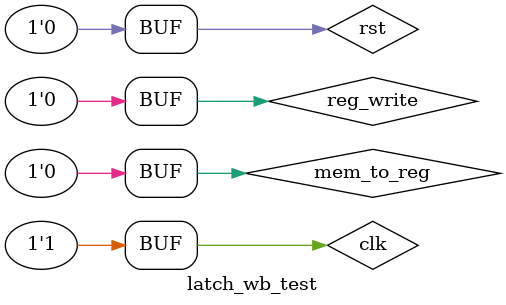
<source format=v>
`timescale 1ns / 1ps


module latch_wb_test;

	// Inputs
	reg clk;
	reg rst;
	reg reg_write;
	reg mem_to_reg;

	// Outputs
	wire reg_write_reg;
	wire mem_to_reg_reg;

	// Instantiate the Unit Under Test (UUT)
	latch_wb uut (
		.clk(clk),
		.rst(rst),
		.reg_write(reg_write), 
		.mem_to_reg(mem_to_reg), 
		.reg_write_reg(reg_write_reg), 
		.mem_to_reg_reg(mem_to_reg_reg)
	);

	initial begin
		// Initialize Inputs
		clk = 0;
		rst = 1;
		reg_write = 0;
		mem_to_reg = 0;
		
		#100;
		rst = 0;
		#100;

		// Wait 100 ns for global reset to finish
		clk = 0;
		reg_write = 1;
		mem_to_reg = 1;
		#100;
		clk = 1;
		#100;
		clk = 0;
		reg_write = 0;
		mem_to_reg = 0;
		#100;
		clk = 1;
		#100;
	end
      
endmodule


</source>
